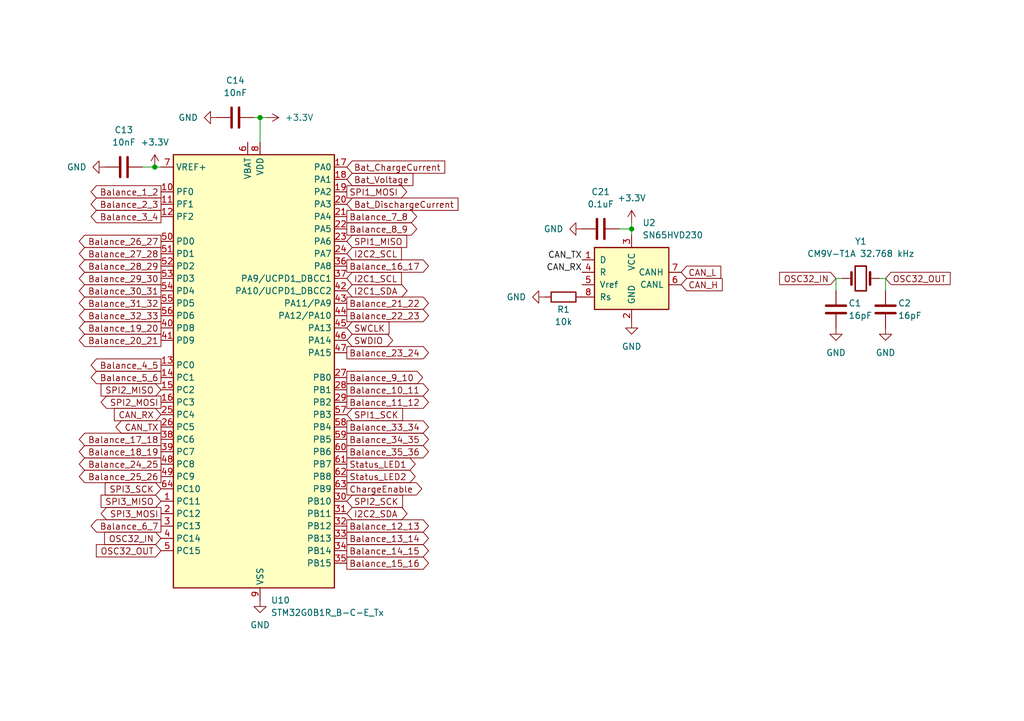
<source format=kicad_sch>
(kicad_sch (version 20230121) (generator eeschema)
  (paper "A5")
  (title_block (title "Logic") (date "2023-08-20") (rev "1") (company "Dynamium") (comment 1 "All about the STM32"))
  (lib_symbols
    (symbol "Device:C" (pin_numbers hide) (pin_names (offset 0.254))
      (property "Reference" "C" (at 0.635 2.54 0))
      (property "Value" "C" (at 0.635 -2.54 0))
      (symbol "C_0_1"
        (polyline (pts (xy -2.032 -0.762) (xy 2.032 -0.762)) (stroke (width 0.508)))
        (polyline (pts (xy -2.032 0.762) (xy 2.032 0.762)) (stroke (width 0.508)))
      )
      (symbol "C_1_1"
        (pin passive line (at 0 3.81 270) (length 2.794) (name "~") (number "1"))
        (pin passive line (at 0 -3.81 90) (length 2.794) (name "~") (number "2"))
      )
    )
    (symbol "Device:Crystal" (pin_numbers hide) (pin_names (offset 1.016) hide)
      (property "Reference" "Y" (at 0 3.81 0))
      (property "Value" "Crystal" (at 0 -3.81 0))
      (symbol "Crystal_0_1"
        (rectangle (start -1.143 2.54) (end 1.143 -2.54) (stroke (width 0.3048)))
        (polyline (pts (xy -2.54 0) (xy -1.905 0)))
        (polyline (pts (xy -1.905 -1.27) (xy -1.905 1.27)) (stroke (width 0.508)))
        (polyline (pts (xy 1.905 -1.27) (xy 1.905 1.27)) (stroke (width 0.508)))
        (polyline (pts (xy 2.54 0) (xy 1.905 0)))
      )
      (symbol "Crystal_1_1"
        (pin passive line (at -3.81 0 0) (length 1.27) (name "1") (number "1"))
        (pin passive line (at 3.81 0 180) (length 1.27) (name "2") (number "2"))
      )
    )
    (symbol "Device:R" (pin_numbers hide) (pin_names (offset 0))
      (property "Reference" "R" (at 2.032 0 90))
      (property "Value" "R" (at 0 0 90))
      (symbol "R_0_1"
        (rectangle (start -1.016 -2.54) (end 1.016 2.54) (stroke (width 0.254)))
      )
      (symbol "R_1_1"
        (pin passive line (at 0 3.81 270) (length 1.27) (name "~") (number "1"))
        (pin passive line (at 0 -3.81 90) (length 1.27) (name "~") (number "2"))
      )
    )
    (symbol "Interface_CAN_LIN:SN65HVD230" (pin_names (offset 1.016))
      (property "Reference" "U" (at -2.54 10.16 0))
      (property "Value" "SN65HVD230" (at -2.54 7.62 0))
      (symbol "SN65HVD230_0_1"
        (rectangle (start -7.62 5.08) (end 7.62 -7.62) (stroke (width 0.254)) (fill (type background)))
      )
      (symbol "SN65HVD230_1_1"
        (pin input line (at -10.16 2.54 0) (length 2.54) (name "D") (number "1"))
        (pin power_in line (at 0 -10.16 90) (length 2.54) (name "GND") (number "2"))
        (pin power_in line (at 0 7.62 270) (length 2.54) (name "VCC") (number "3"))
        (pin output line (at -10.16 0 0) (length 2.54) (name "R") (number "4"))
        (pin output line (at -10.16 -2.54 0) (length 2.54) (name "Vref") (number "5"))
        (pin bidirectional line (at 10.16 -2.54 180) (length 2.54) (name "CANL") (number "6"))
        (pin bidirectional line (at 10.16 0 180) (length 2.54) (name "CANH") (number "7"))
        (pin input line (at -10.16 -5.08 0) (length 2.54) (name "Rs") (number "8"))
      )
    )
    (symbol "MCU_ST_STM32G0:STM32G0B1R_B-C-E_Tx"
      (property "Reference" "U" (at -15.24 46.99 0))
      (property "Value" "STM32G0B1R_B-C-E_Tx" (at 5.08 46.99 0))
      (symbol "STM32G0B1R_B-C-E_Tx_0_1"
        (rectangle (start -15.24 -43.18) (end 17.78 45.72) (stroke (width 0.254)) (fill (type background)))
      )
      (symbol "STM32G0B1R_B-C-E_Tx_1_1"
        (pin bidirectional line (at -17.78 -25.4 0) (length 2.54) (name "PC11") (number "1"))
        (pin bidirectional line (at -17.78 38.1 0) (length 2.54) (name "PF0") (number "10"))
        (pin bidirectional line (at -17.78 35.56 0) (length 2.54) (name "PF1") (number "11"))
        (pin bidirectional line (at -17.78 33.02 0) (length 2.54) (name "PF2") (number "12"))
        (pin bidirectional line (at -17.78 2.54 0) (length 2.54) (name "PC0") (number "13"))
        (pin bidirectional line (at -17.78 0 0) (length 2.54) (name "PC1") (number "14"))
        (pin bidirectional line (at -17.78 -2.54 0) (length 2.54) (name "PC2") (number "15"))
        (pin bidirectional line (at -17.78 -5.08 0) (length 2.54) (name "PC3") (number "16"))
        (pin bidirectional line (at 20.32 43.18 180) (length 2.54) (name "PA0") (number "17"))
        (pin bidirectional line (at 20.32 40.64 180) (length 2.54) (name "PA1") (number "18"))
        (pin bidirectional line (at 20.32 38.1 180) (length 2.54) (name "PA2") (number "19"))
        (pin bidirectional line (at -17.78 -27.94 0) (length 2.54) (name "PC12") (number "2"))
        (pin bidirectional line (at 20.32 35.56 180) (length 2.54) (name "PA3") (number "20"))
        (pin bidirectional line (at 20.32 33.02 180) (length 2.54) (name "PA4") (number "21"))
        (pin bidirectional line (at 20.32 30.48 180) (length 2.54) (name "PA5") (number "22"))
        (pin bidirectional line (at 20.32 27.94 180) (length 2.54) (name "PA6") (number "23"))
        (pin bidirectional line (at 20.32 25.4 180) (length 2.54) (name "PA7") (number "24"))
        (pin bidirectional line (at -17.78 -7.62 0) (length 2.54) (name "PC4") (number "25"))
        (pin bidirectional line (at -17.78 -10.16 0) (length 2.54) (name "PC5") (number "26"))
        (pin bidirectional line (at 20.32 0 180) (length 2.54) (name "PB0") (number "27"))
        (pin bidirectional line (at 20.32 -2.54 180) (length 2.54) (name "PB1") (number "28"))
        (pin bidirectional line (at 20.32 -5.08 180) (length 2.54) (name "PB2") (number "29"))
        (pin bidirectional line (at -17.78 -30.48 0) (length 2.54) (name "PC13") (number "3"))
        (pin bidirectional line (at 20.32 -25.4 180) (length 2.54) (name "PB10") (number "30"))
        (pin bidirectional line (at 20.32 -27.94 180) (length 2.54) (name "PB11") (number "31"))
        (pin bidirectional line (at 20.32 -30.48 180) (length 2.54) (name "PB12") (number "32"))
        (pin bidirectional line (at 20.32 -33.02 180) (length 2.54) (name "PB13") (number "33"))
        (pin bidirectional line (at 20.32 -35.56 180) (length 2.54) (name "PB14") (number "34"))
        (pin bidirectional line (at 20.32 -38.1 180) (length 2.54) (name "PB15") (number "35"))
        (pin bidirectional line (at 20.32 22.86 180) (length 2.54) (name "PA8") (number "36"))
        (pin bidirectional line (at 20.32 20.32 180) (length 2.54) (name "PA9/UCPD1_DBCC1") (number "37"))
        (pin bidirectional line (at -17.78 -12.7 0) (length 2.54) (name "PC6") (number "38"))
        (pin bidirectional line (at -17.78 -15.24 0) (length 2.54) (name "PC7") (number "39"))
        (pin bidirectional line (at -17.78 -33.02 0) (length 2.54) (name "PC14") (number "4"))
        (pin bidirectional line (at -17.78 10.16 0) (length 2.54) (name "PD8") (number "40"))
        (pin bidirectional line (at -17.78 7.62 0) (length 2.54) (name "PD9") (number "41"))
        (pin bidirectional line (at 20.32 17.78 180) (length 2.54) (name "PA10/UCPD1_DBCC2") (number "42"))
        (pin bidirectional line (at 20.32 15.24 180) (length 2.54) (name "PA11/PA9") (number "43"))
        (pin bidirectional line (at 20.32 12.7 180) (length 2.54) (name "PA12/PA10") (number "44"))
        (pin bidirectional line (at 20.32 10.16 180) (length 2.54) (name "PA13") (number "45"))
        (pin bidirectional line (at 20.32 7.62 180) (length 2.54) (name "PA14") (number "46"))
        (pin bidirectional line (at 20.32 5.08 180) (length 2.54) (name "PA15") (number "47"))
        (pin bidirectional line (at -17.78 -17.78 0) (length 2.54) (name "PC8") (number "48"))
        (pin bidirectional line (at -17.78 -20.32 0) (length 2.54) (name "PC9") (number "49"))
        (pin bidirectional line (at -17.78 -35.56 0) (length 2.54) (name "PC15") (number "5"))
        (pin bidirectional line (at -17.78 27.94 0) (length 2.54) (name "PD0") (number "50"))
        (pin bidirectional line (at -17.78 25.4 0) (length 2.54) (name "PD1") (number "51"))
        (pin bidirectional line (at -17.78 22.86 0) (length 2.54) (name "PD2") (number "52"))
        (pin bidirectional line (at -17.78 20.32 0) (length 2.54) (name "PD3") (number "53"))
        (pin bidirectional line (at -17.78 17.78 0) (length 2.54) (name "PD4") (number "54"))
        (pin bidirectional line (at -17.78 15.24 0) (length 2.54) (name "PD5") (number "55"))
        (pin bidirectional line (at -17.78 12.7 0) (length 2.54) (name "PD6") (number "56"))
        (pin bidirectional line (at 20.32 -7.62 180) (length 2.54) (name "PB3") (number "57"))
        (pin bidirectional line (at 20.32 -10.16 180) (length 2.54) (name "PB4") (number "58"))
        (pin bidirectional line (at 20.32 -12.7 180) (length 2.54) (name "PB5") (number "59"))
        (pin power_in line (at 0 48.26 270) (length 2.54) (name "VBAT") (number "6"))
        (pin bidirectional line (at 20.32 -15.24 180) (length 2.54) (name "PB6") (number "60"))
        (pin bidirectional line (at 20.32 -17.78 180) (length 2.54) (name "PB7") (number "61"))
        (pin bidirectional line (at 20.32 -20.32 180) (length 2.54) (name "PB8") (number "62"))
        (pin bidirectional line (at 20.32 -22.86 180) (length 2.54) (name "PB9") (number "63"))
        (pin bidirectional line (at -17.78 -22.86 0) (length 2.54) (name "PC10") (number "64"))
        (pin input line (at -17.78 43.18 0) (length 2.54) (name "VREF+") (number "7"))
        (pin power_in line (at 2.54 48.26 270) (length 2.54) (name "VDD") (number "8"))
        (pin power_in line (at 2.54 -45.72 90) (length 2.54) (name "VSS") (number "9"))
      )
    )
    (symbol "power:+3.3V" (power) (pin_names (offset 0))
      (property "Value" "+3.3V" (at 0 3.556 0))
      (symbol "+3.3V_0_1"
        (polyline (pts (xy -0.762 1.27) (xy 0 2.54)))
        (polyline (pts (xy 0 0) (xy 0 2.54)))
        (polyline (pts (xy 0 2.54) (xy 0.762 1.27)))
      )
      (symbol "+3.3V_1_1"
        (pin power_in line (at 0 0 90) (length 0) hide (name "+3.3V") (number "1"))
      )
    )
    (symbol "power:GND" (power) (pin_names (offset 0))
      (property "Value" "GND" (at 0 -3.81 0))
      (symbol "GND_0_1"
        (polyline (pts (xy 0 0) (xy 0 -1.27) (xy 1.27 -1.27) (xy 0 -2.54) (xy -1.27 -1.27) (xy 0 -1.27)))
      )
      (symbol "GND_1_1"
        (pin power_in line (at 0 0 270) (length 0) hide (name "GND") (number "1"))
      )
    )
  )
  (junction (at 53.34 24.13))
  (junction (at 129.54 46.99))
  (junction (at 31.75 34.29))
  (wire (pts (xy 53.34 24.13) (xy 54.61 24.13)))
  (wire (pts (xy 53.34 24.13) (xy 53.34 29.21)))
  (wire (pts (xy 180.34 57.15) (xy 181.61 57.15)))
  (wire (pts (xy 29.21 34.29) (xy 31.75 34.29)))
  (wire (pts (xy 171.45 59.69) (xy 171.45 57.15)))
  (wire (pts (xy 181.61 59.69) (xy 181.61 57.15)))
  (wire (pts (xy 129.54 46.99) (xy 129.54 48.26)))
  (wire (pts (xy 129.54 45.72) (xy 129.54 46.99)))
  (wire (pts (xy 127 46.99) (xy 129.54 46.99)))
  (wire (pts (xy 52.07 24.13) (xy 53.34 24.13)))
  (wire (pts (xy 31.75 34.29) (xy 33.02 34.29)))
  (wire (pts (xy 171.45 57.15) (xy 172.72 57.15)))
  (label "CAN_RX" (at 119.38 55.88 180))
  (label "CAN_TX" (at 119.38 53.34 180))
  (global_label "SPI3_MISO" (shape input) (at 33.02 102.87 180) (property "Intersheetrefs" "${INTERSHEET_REFS}" (effects hide)))
  (global_label "OSC32_OUT" (shape input) (at 181.61 57.15 0) (property "Intersheetrefs" "${INTERSHEET_REFS}" (effects hide)))
  (global_label "Balance_14_15" (shape output) (at 71.12 113.03 0) (property "Intersheetrefs" "${INTERSHEET_REFS}" (effects hide)))
  (global_label "Balance_16_17" (shape output) (at 71.12 54.61 0) (property "Intersheetrefs" "${INTERSHEET_REFS}" (effects hide)))
  (global_label "Balance_20_21" (shape output) (at 33.02 69.85 180) (property "Intersheetrefs" "${INTERSHEET_REFS}" (effects hide)))
  (global_label "Balance_1_2" (shape output) (at 33.02 39.37 180) (property "Intersheetrefs" "${INTERSHEET_REFS}" (effects hide)))
  (global_label "Balance_15_16" (shape output) (at 71.12 115.57 0) (property "Intersheetrefs" "${INTERSHEET_REFS}" (effects hide)))
  (global_label "SPI1_MOSI" (shape output) (at 71.12 39.37 0) (property "Intersheetrefs" "${INTERSHEET_REFS}" (effects hide)))
  (global_label "Balance_2_3" (shape output) (at 33.02 41.91 180) (property "Intersheetrefs" "${INTERSHEET_REFS}" (effects hide)))
  (global_label "Balance_24_25" (shape output) (at 33.02 95.25 180) (property "Intersheetrefs" "${INTERSHEET_REFS}" (effects hide)))
  (global_label "Balance_31_32" (shape output) (at 33.02 62.23 180) (property "Intersheetrefs" "${INTERSHEET_REFS}" (effects hide)))
  (global_label "Bat_ChargeCurrent" (shape input) (at 71.12 34.29 0) (property "Intersheetrefs" "${INTERSHEET_REFS}" (effects hide)))
  (global_label "Balance_10_11" (shape output) (at 71.12 80.01 0) (property "Intersheetrefs" "${INTERSHEET_REFS}" (effects hide)))
  (global_label "Balance_35_36" (shape output) (at 71.12 92.71 0) (property "Intersheetrefs" "${INTERSHEET_REFS}" (effects hide)))
  (global_label "SPI1_SCK" (shape input) (at 71.12 85.09 0) (property "Intersheetrefs" "${INTERSHEET_REFS}" (effects hide)))
  (global_label "Balance_11_12" (shape output) (at 71.12 82.55 0) (property "Intersheetrefs" "${INTERSHEET_REFS}" (effects hide)))
  (global_label "Balance_3_4" (shape output) (at 33.02 44.45 180) (property "Intersheetrefs" "${INTERSHEET_REFS}" (effects hide)))
  (global_label "CAN_H" (shape input) (at 139.7 58.42 0) (property "Intersheetrefs" "${INTERSHEET_REFS}" (effects hide)))
  (global_label "Balance_13_14" (shape output) (at 71.12 110.49 0) (property "Intersheetrefs" "${INTERSHEET_REFS}" (effects hide)))
  (global_label "CAN_RX" (shape input) (at 33.02 85.09 180) (property "Intersheetrefs" "${INTERSHEET_REFS}" (effects hide)))
  (global_label "SPI1_MISO" (shape input) (at 71.12 49.53 0) (property "Intersheetrefs" "${INTERSHEET_REFS}" (effects hide)))
  (global_label "SPI2_MISO" (shape input) (at 33.02 80.01 180) (property "Intersheetrefs" "${INTERSHEET_REFS}" (effects hide)))
  (global_label "Balance_18_19" (shape output) (at 33.02 92.71 180) (property "Intersheetrefs" "${INTERSHEET_REFS}" (effects hide)))
  (global_label "Status_LED2" (shape output) (at 71.12 97.79 0) (property "Intersheetrefs" "${INTERSHEET_REFS}" (effects hide)))
  (global_label "Balance_27_28" (shape output) (at 33.02 52.07 180) (property "Intersheetrefs" "${INTERSHEET_REFS}" (effects hide)))
  (global_label "SWDIO" (shape bidirectional) (at 71.12 69.85 0) (property "Intersheetrefs" "${INTERSHEET_REFS}" (effects hide)))
  (global_label "SPI2_MOSI" (shape output) (at 33.02 82.55 180) (property "Intersheetrefs" "${INTERSHEET_REFS}" (effects hide)))
  (global_label "Balance_9_10" (shape output) (at 71.12 77.47 0) (property "Intersheetrefs" "${INTERSHEET_REFS}" (effects hide)))
  (global_label "CAN_L" (shape input) (at 139.7 55.88 0) (property "Intersheetrefs" "${INTERSHEET_REFS}" (effects hide)))
  (global_label "Bat_Voltage" (shape input) (at 71.12 36.83 0) (property "Intersheetrefs" "${INTERSHEET_REFS}" (effects hide)))
  (global_label "Balance_33_34" (shape output) (at 71.12 87.63 0) (property "Intersheetrefs" "${INTERSHEET_REFS}" (effects hide)))
  (global_label "Balance_12_13" (shape output) (at 71.12 107.95 0) (property "Intersheetrefs" "${INTERSHEET_REFS}" (effects hide)))
  (global_label "SPI3_SCK" (shape input) (at 33.02 100.33 180) (property "Intersheetrefs" "${INTERSHEET_REFS}" (effects hide)))
  (global_label "OSC32_OUT" (shape input) (at 33.02 113.03 180) (property "Intersheetrefs" "${INTERSHEET_REFS}" (effects hide)))
  (global_label "Balance_34_35" (shape output) (at 71.12 90.17 0) (property "Intersheetrefs" "${INTERSHEET_REFS}" (effects hide)))
  (global_label "Balance_21_22" (shape output) (at 71.12 62.23 0) (property "Intersheetrefs" "${INTERSHEET_REFS}" (effects hide)))
  (global_label "Balance_4_5" (shape output) (at 33.02 74.93 180) (property "Intersheetrefs" "${INTERSHEET_REFS}" (effects hide)))
  (global_label "Balance_23_24" (shape output) (at 71.12 72.39 0) (property "Intersheetrefs" "${INTERSHEET_REFS}" (effects hide)))
  (global_label "Balance_5_6" (shape output) (at 33.02 77.47 180) (property "Intersheetrefs" "${INTERSHEET_REFS}" (effects hide)))
  (global_label "Balance_6_7" (shape output) (at 33.02 107.95 180) (property "Intersheetrefs" "${INTERSHEET_REFS}" (effects hide)))
  (global_label "Balance_26_27" (shape output) (at 33.02 49.53 180) (property "Intersheetrefs" "${INTERSHEET_REFS}" (effects hide)))
  (global_label "Balance_32_33" (shape output) (at 33.02 64.77 180) (property "Intersheetrefs" "${INTERSHEET_REFS}" (effects hide)))
  (global_label "I2C2_SDA" (shape bidirectional) (at 71.12 105.41 0) (property "Intersheetrefs" "${INTERSHEET_REFS}" (effects hide)))
  (global_label "ChargeEnable" (shape output) (at 71.12 100.33 0) (property "Intersheetrefs" "${INTERSHEET_REFS}" (effects hide)))
  (global_label "I2C2_SCL" (shape input) (at 71.12 52.07 0) (property "Intersheetrefs" "${INTERSHEET_REFS}" (effects hide)))
  (global_label "I2C1_SDA" (shape bidirectional) (at 71.12 59.69 0) (property "Intersheetrefs" "${INTERSHEET_REFS}" (effects hide)))
  (global_label "Balance_8_9" (shape output) (at 71.12 46.99 0) (property "Intersheetrefs" "${INTERSHEET_REFS}" (effects hide)))
  (global_label "OSC32_IN" (shape input) (at 171.45 57.15 180) (property "Intersheetrefs" "${INTERSHEET_REFS}" (effects hide)))
  (global_label "I2C1_SCL" (shape input) (at 71.12 57.15 0) (property "Intersheetrefs" "${INTERSHEET_REFS}" (effects hide)))
  (global_label "SPI3_MOSI" (shape output) (at 33.02 105.41 180) (property "Intersheetrefs" "${INTERSHEET_REFS}" (effects hide)))
  (global_label "Balance_7_8" (shape output) (at 71.12 44.45 0) (property "Intersheetrefs" "${INTERSHEET_REFS}" (effects hide)))
  (global_label "SWCLK" (shape input) (at 71.12 67.31 0) (property "Intersheetrefs" "${INTERSHEET_REFS}" (effects hide)))
  (global_label "Balance_17_18" (shape output) (at 33.02 90.17 180) (property "Intersheetrefs" "${INTERSHEET_REFS}" (effects hide)))
  (global_label "Balance_25_26" (shape output) (at 33.02 97.79 180) (property "Intersheetrefs" "${INTERSHEET_REFS}" (effects hide)))
  (global_label "Balance_28_29" (shape output) (at 33.02 54.61 180) (property "Intersheetrefs" "${INTERSHEET_REFS}" (effects hide)))
  (global_label "Balance_19_20" (shape output) (at 33.02 67.31 180) (property "Intersheetrefs" "${INTERSHEET_REFS}" (effects hide)))
  (global_label "Bat_DischargeCurrent" (shape input) (at 71.12 41.91 0) (property "Intersheetrefs" "${INTERSHEET_REFS}" (effects hide)))
  (global_label "Balance_22_23" (shape output) (at 71.12 64.77 0) (property "Intersheetrefs" "${INTERSHEET_REFS}" (effects hide)))
  (global_label "Balance_30_31" (shape output) (at 33.02 59.69 180) (property "Intersheetrefs" "${INTERSHEET_REFS}" (effects hide)))
  (global_label "Status_LED1" (shape output) (at 71.12 95.25 0) (property "Intersheetrefs" "${INTERSHEET_REFS}" (effects hide)))
  (global_label "Balance_29_30" (shape output) (at 33.02 57.15 180) (property "Intersheetrefs" "${INTERSHEET_REFS}" (effects hide)))
  (global_label "SPI2_SCK" (shape input) (at 71.12 102.87 0) (property "Intersheetrefs" "${INTERSHEET_REFS}" (effects hide)))
  (global_label "OSC32_IN" (shape input) (at 33.02 110.49 180) (property "Intersheetrefs" "${INTERSHEET_REFS}" (effects hide)))
  (global_label "CAN_TX" (shape output) (at 33.02 87.63 180) (property "Intersheetrefs" "${INTERSHEET_REFS}" (effects hide)))
  (symbol (lib_id "Interface_CAN_LIN:SN65HVD230") (at 129.54 55.88 0) (unit 1)
    (property "Reference" "U2" (at 131.7341 45.72 0) (effects (justify left)))
    (property "Value" "SN65HVD230" (at 131.7341 48.26 0) (effects (justify left)))
    (property "Footprint" "Package_SO:SOIC-8_3.9x4.9mm_P1.27mm" (effects hide))
    (property "Datasheet" "http://www.ti.com/lit/ds/symlink/sn65hvd230.pdf" (effects hide))
    (instances (project "SmartBMS" (path "" (reference "U2") (unit 1)) (path "" (reference "U34") (unit 1))))
  )
  (symbol (lib_id "Device:R") (at 115.57 60.96 90) (unit 1)
    (property "Reference" "R1" (at 115.57 63.5 90))
    (property "Value" "10k" (at 115.57 66.04 90))
    (instances (project "SmartBMS" (path "" (reference "R1") (unit 1)) (path "" (reference "R142") (unit 1))))
  )
  (symbol (lib_id "Device:C") (at 25.4 34.29 270) (unit 1)
    (property "Reference" "C13" (at 25.4 26.67 90))
    (property "Value" "10nF" (at 25.4 29.21 90))
    (instances (project "SmartBMS" (path "" (reference "C13") (unit 1)) (path "" (reference "C40") (unit 1))))
  )
  (symbol (lib_id "power:GND") (at 111.76 60.96 270) (unit 1)
    (property "Reference" "#PWR05" (effects hide))
    (property "Value" "GND" (at 107.95 60.96 90) (effects (justify right)))
    (instances (project "SmartBMS" (path "" (reference "#PWR05") (unit 1)) (path "" (reference "#PWR093") (unit 1))))
  )
  (symbol (lib_id "power:GND") (at 171.45 67.31 0) (unit 1)
    (property "Reference" "#PWR06" (effects hide))
    (property "Value" "GND" (at 171.45 72.39 0))
    (instances (project "SmartBMS" (path "" (reference "#PWR06") (unit 1)) (path "" (reference "#PWR094") (unit 1))))
  )
  (symbol (lib_id "MCU_ST_STM32G0:STM32G0B1R_B-C-E_Tx") (at 50.8 77.47 0) (unit 1)
    (property "Reference" "U10" (at 55.5341 123.19 0) (effects (justify left)))
    (property "Value" "STM32G0B1R_B-C-E_Tx" (at 55.5341 125.73 0) (effects (justify left)))
    (property "Footprint" "Package_QFP:LQFP-64_10x10mm_P0.5mm" (effects hide))
    (property "Datasheet" "https://www.st.com/resource/en/datasheet/stm32g0b1rb.pdf" (effects hide))
  )
  (symbol (lib_id "Device:C") (at 48.26 24.13 270) (unit 1)
    (property "Reference" "C14" (at 48.26 16.51 90))
    (property "Value" "10nF" (at 48.26 19.05 90))
    (instances (project "SmartBMS" (path "" (reference "C14") (unit 1)) (path "" (reference "C38") (unit 1))))
  )
  (symbol (lib_id "power:GND") (at 21.59 34.29 270) (unit 1)
    (property "Reference" "#PWR02" (effects hide))
    (property "Value" "GND" (at 17.78 34.29 90) (effects (justify right)))
    (instances (project "SmartBMS" (path "" (reference "#PWR02") (unit 1)) (path "" (reference "#PWR0140") (unit 1))))
  )
  (symbol (lib_id "power:GND") (at 53.34 123.19 0) (unit 1)
    (property "Reference" "#PWR029" (effects hide))
    (property "Value" "GND" (at 53.34 128.27 0))
  )
  (symbol (lib_id "power:GND") (at 129.54 66.04 0) (unit 1)
    (property "Reference" "#PWR03" (effects hide))
    (property "Value" "GND" (at 129.54 71.12 0))
    (instances (project "SmartBMS" (path "" (reference "#PWR03") (unit 1)) (path "" (reference "#PWR0100") (unit 1))))
  )
  (symbol (lib_id "power:GND") (at 119.38 46.99 270) (unit 1)
    (property "Reference" "#PWR055" (effects hide))
    (property "Value" "GND" (at 115.57 46.99 90) (effects (justify right)))
    (instances (project "SmartBMS" (path "" (reference "#PWR055") (unit 1)) (path "" (reference "#PWR097") (unit 1))))
  )
  (symbol (lib_id "power:GND") (at 181.61 67.31 0) (unit 1)
    (property "Reference" "#PWR07" (effects hide))
    (property "Value" "GND" (at 181.61 72.39 0))
    (instances (project "SmartBMS" (path "" (reference "#PWR07") (unit 1)) (path "" (reference "#PWR098") (unit 1))))
  )
  (symbol (lib_id "Device:C") (at 123.19 46.99 90) (unit 1)
    (property "Reference" "C21" (at 123.19 39.37 90))
    (property "Value" "0.1uF" (at 123.19 41.91 90))
    (instances (project "SmartBMS" (path "" (reference "C21") (unit 1)) (path "" (reference "C36") (unit 1))))
  )
  (symbol (lib_id "power:+3.3V") (at 129.54 45.72 0) (unit 1)
    (property "Reference" "#PWR04" (effects hide))
    (property "Value" "+3.3V" (at 129.54 40.64 0))
    (instances (project "SmartBMS" (path "" (reference "#PWR04") (unit 1)) (path "" (reference "#PWR099") (unit 1))))
  )
  (symbol (lib_id "Device:C") (at 171.45 63.5 0) (unit 1)
    (property "Reference" "C1" (at 173.99 62.23 0) (effects (justify left)))
    (property "Value" "16pF" (at 173.99 64.77 0) (effects (justify left)))
    (instances (project "SmartBMS" (path "" (reference "C1") (unit 1)) (path "" (reference "C34") (unit 1))))
  )
  (symbol (lib_id "Device:C") (at 181.61 63.5 0) (unit 1)
    (property "Reference" "C2" (at 184.15 62.23 0) (effects (justify left)))
    (property "Value" "16pF" (at 184.15 64.77 0) (effects (justify left)))
    (instances (project "SmartBMS" (path "" (reference "C2") (unit 1)) (path "" (reference "C35") (unit 1))))
  )
  (symbol (lib_id "power:GND") (at 44.45 24.13 270) (unit 1)
    (property "Reference" "#PWR01" (effects hide))
    (property "Value" "GND" (at 40.64 24.13 90) (effects (justify right)))
    (instances (project "SmartBMS" (path "" (reference "#PWR01") (unit 1)) (path "" (reference "#PWR0137") (unit 1))))
  )
  (symbol (lib_id "power:+3.3V") (at 31.75 34.29 0) (unit 1)
    (property "Reference" "#PWR024" (effects hide))
    (property "Value" "+3.3V" (at 31.75 29.21 0))
    (instances (project "SmartBMS" (path "" (reference "#PWR024") (unit 1)) (path "" (reference "#PWR0141") (unit 1))))
  )
  (symbol (lib_id "power:+3.3V") (at 54.61 24.13 270) (unit 1)
    (property "Reference" "#PWR025" (effects hide))
    (property "Value" "+3.3V" (at 58.42 24.13 90) (effects (justify left)))
    (instances (project "SmartBMS" (path "" (reference "#PWR025") (unit 1)) (path "" (reference "#PWR0136") (unit 1))))
  )
  (symbol (lib_id "Device:Crystal") (at 176.53 57.15 0) (unit 1)
    (property "Reference" "Y1" (at 176.53 49.53 0))
    (property "Value" "CM9V-T1A 32.768 kHz" (at 176.53 52.07 0))
    (instances (project "SmartBMS" (path "" (reference "Y1") (unit 1)) (path "" (reference "Y2") (unit 1))))
  )
)
</source>
